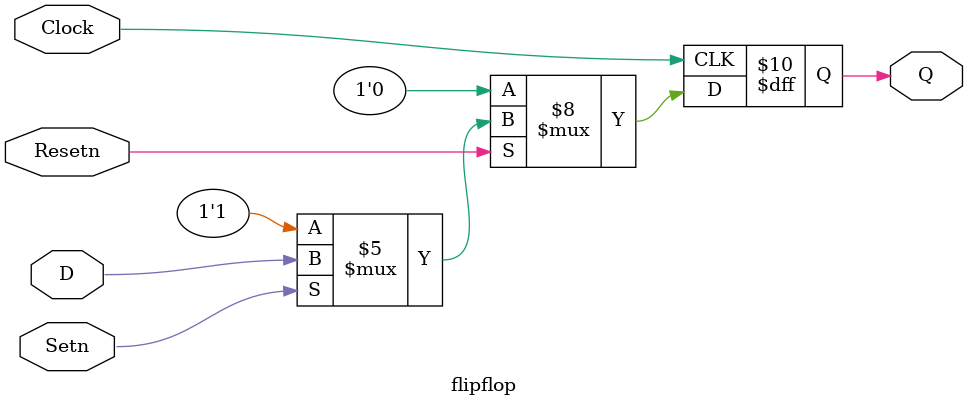
<source format=v>
module sequence_detector_part_1 (SW, KEY, LEDR);
	input [1:0] SW;
	input [0:0] KEY;
	output [9:0] LEDR;
	wire Clock, Resetn;
	assign Clock = ~KEY[0];
	assign Resetn = SW[0];
	// what other wires need to be defined here ...
	
	// wire output 
	wire y0, y1, y2, y3, y4, y5, y6, y7, y8;
	wire d0, d1, d2, d3, d4, d5, d6, d7, d8;
	// instantiate flip flops for each state:
	flipflop State_A(.D(d0), .Clock(~KEY[0]) , .Resetn(SW[0]), .Setn(1), .Q(y0));
	flipflop State_B(.D(d1), .Clock(~KEY[0]) , .Resetn(SW[0]), .Setn(1), .Q(y1));
	flipflop State_c(.D(d2), .Clock(~KEY[0]) , .Resetn(SW[0]), .Setn(1), .Q(y2));
	flipflop State_D(.D(d3), .Clock(~KEY[0]) , .Resetn(SW[0]), .Setn(1), .Q(y3));
	flipflop State_E(.D(d4), .Clock(~KEY[0]) , .Resetn(SW[0]), .Setn(1), .Q(y4));
	flipflop State_F(.D(d5), .Clock(~KEY[0]) , .Resetn(SW[0]), .Setn(1), .Q(y5));
	flipflop State_G(.D(d6), .Clock(~KEY[0]) , .Resetn(SW[0]), .Setn(1), .Q(y6));
	flipflop State_H(.D(d7), .Clock(~KEY[0]) , .Resetn(SW[0]), .Setn(1), .Q(y7));
	flipflop State_I(.D(d8), .Clock(~KEY[0]) , .Resetn(SW[0]), .Setn(1), .Q(y8));
	
	
	
	
	// define next state logic for each flip flop:
	assign d0 = Resetn; //A
	assign d1 = (y0 & ~SW[1]) | (y5 & ~SW[1]) | (y6 & ~SW[1]) | (y7 & ~SW[1]) | (y8 & ~SW[1]); //B
	assign d2 = (y1 & ~SW[1]); //C
	assign d3 = (y2 & ~SW[1]); //D
	assign d4 = (y3 & ~SW[1]) | (y4 & ~SW[1]); //E
	assign d5 = (y0 & SW[1]) | (y1 & SW[1]) | (y2 & SW[1]) | (y3 & SW[1]) | (y4 & SW[1]); //F
	assign d6 = (y5 & SW[1]); //G
	assign d7 = (y6 & SW[1]); //H
	assign d8 = (y7 & SW[1]) | (y7 & SW[1]); //I

	// assign the state to LEDR[8:0]:
	assign LEDR[0] = y0;
	assign LEDR[1] = y1;
	assign LEDR[2] = y2;
	assign LEDR[3] = y3;
	assign LEDR[4] = y4;
	assign LEDR[5] = y5;
	assign LEDR[6] = y6;
	assign LEDR[7] = y7;
	assign LEDR[8] = y8;
	

	// assign the output to LEDR[9]:
		assign LEDR[9] = y4 | y8;
	

endmodule


module flipflop (D, Clock, Resetn, Setn, Q);
	input D, Clock, Resetn, Setn;
	output reg Q;
	always @(posedge Clock) begin
		if (!Resetn) // synchronous clear
			Q <= 1'b0;
		else if (!Setn) // synchronous set
			Q <= 1'b1;
		else
			Q <= D;
	end
endmodule
</source>
